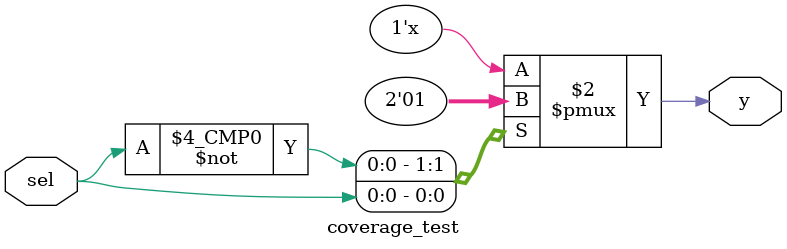
<source format=v>
module coverage_test(
	input sel,
	output reg y
);

always @(sel) begin
	case(sel)
		1'b0 : y = 1'b0;
		1'b1 : y = 1'b1;
		1'bz : y = 1'bz;
		1'bx : y = 1'bx;
		default : y = 1'b?;
	endcase
end

endmodule 
</source>
